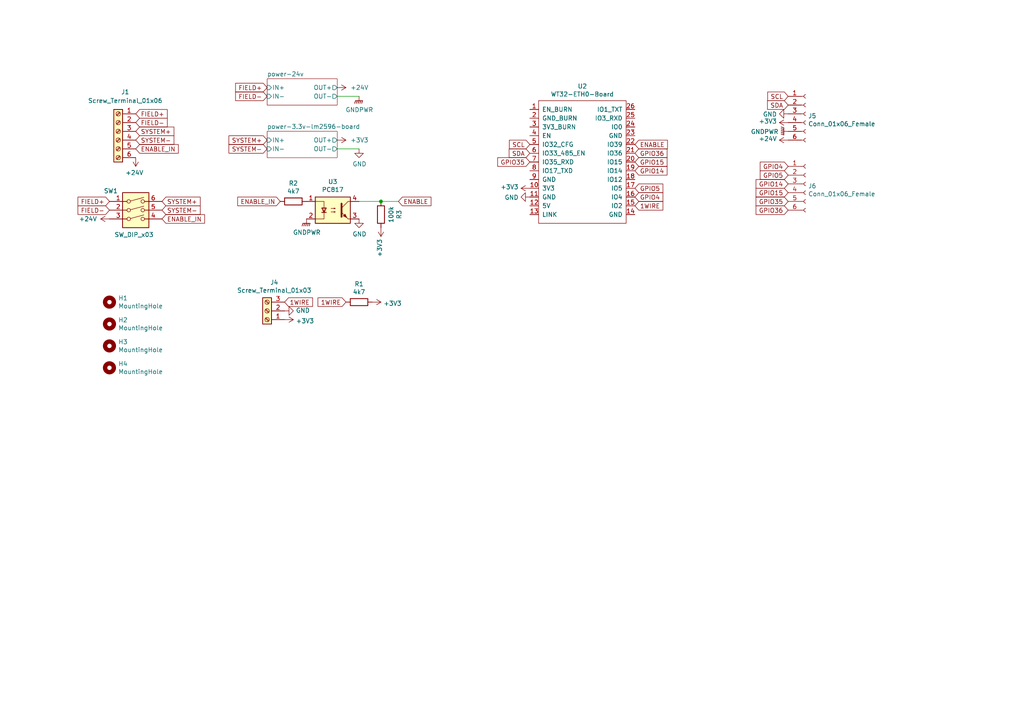
<source format=kicad_sch>
(kicad_sch (version 20210621) (generator eeschema)
  (paper "A4")
  (lib_symbols
    (symbol "Connector:Conn_01x06_Female" (pin_names (offset 1.016) hide)
      (property "Reference" "J" (at 0 7.62 0))
      (property "Value" "Conn_01x06_Female" (at 0 -10.16 0))
      (symbol "Conn_01x06_Female_1_1"
        (arc (start 0 -7.112) (end 0 -8.128) (radius (at 0 -7.62) (length 0.508) (angles 90.1 -90.1)) (stroke (width 0.1524)))
        (arc (start 0 -4.572) (end 0 -5.588) (radius (at 0 -5.08) (length 0.508) (angles 90.1 -90.1)) (stroke (width 0.1524)))
        (arc (start 0 -2.032) (end 0 -3.048) (radius (at 0 -2.54) (length 0.508) (angles 90.1 -90.1)) (stroke (width 0.1524)))
        (arc (start 0 0.508) (end 0 -0.508) (radius (at 0 0) (length 0.508) (angles 90.1 -90.1)) (stroke (width 0.1524)))
        (arc (start 0 3.048) (end 0 2.032) (radius (at 0 2.54) (length 0.508) (angles 90.1 -90.1)) (stroke (width 0.1524)))
        (arc (start 0 5.588) (end 0 4.572) (radius (at 0 5.08) (length 0.508) (angles 90.1 -90.1)) (stroke (width 0.1524)))
        (polyline (pts (xy -1.27 -7.62) (xy -0.508 -7.62)) (stroke (width 0.1524)))
        (polyline (pts (xy -1.27 -5.08) (xy -0.508 -5.08)) (stroke (width 0.1524)))
        (polyline (pts (xy -1.27 -2.54) (xy -0.508 -2.54)) (stroke (width 0.1524)))
        (polyline (pts (xy -1.27 0) (xy -0.508 0)) (stroke (width 0.1524)))
        (polyline (pts (xy -1.27 2.54) (xy -0.508 2.54)) (stroke (width 0.1524)))
        (polyline (pts (xy -1.27 5.08) (xy -0.508 5.08)) (stroke (width 0.1524)))
        (pin passive line (at -5.08 5.08 0) (length 3.81) (name "Pin_1") (number "1"))
        (pin passive line (at -5.08 2.54 0) (length 3.81) (name "Pin_2") (number "2"))
        (pin passive line (at -5.08 0 0) (length 3.81) (name "Pin_3") (number "3"))
        (pin passive line (at -5.08 -2.54 0) (length 3.81) (name "Pin_4") (number "4"))
        (pin passive line (at -5.08 -5.08 0) (length 3.81) (name "Pin_5") (number "5"))
        (pin passive line (at -5.08 -7.62 0) (length 3.81) (name "Pin_6") (number "6"))
      )
    )
    (symbol "Connector:Screw_Terminal_01x03" (pin_names (offset 1.016) hide)
      (property "Reference" "J" (at 0 5.08 0))
      (property "Value" "Screw_Terminal_01x03" (at 0 -5.08 0))
      (symbol "Screw_Terminal_01x03_1_1"
        (circle (center 0 -2.54) (radius 0.635) (stroke (width 0.1524)))
        (circle (center 0 0) (radius 0.635) (stroke (width 0.1524)))
        (circle (center 0 2.54) (radius 0.635) (stroke (width 0.1524)))
        (rectangle (start -1.27 3.81) (end 1.27 -3.81) (stroke (width 0.254)) (fill (type background)))
        (polyline (pts (xy -0.5334 -2.2098) (xy 0.3302 -3.048)) (stroke (width 0.1524)))
        (polyline (pts (xy -0.5334 0.3302) (xy 0.3302 -0.508)) (stroke (width 0.1524)))
        (polyline (pts (xy -0.5334 2.8702) (xy 0.3302 2.032)) (stroke (width 0.1524)))
        (polyline (pts (xy -0.3556 -2.032) (xy 0.508 -2.8702)) (stroke (width 0.1524)))
        (polyline (pts (xy -0.3556 0.508) (xy 0.508 -0.3302)) (stroke (width 0.1524)))
        (polyline (pts (xy -0.3556 3.048) (xy 0.508 2.2098)) (stroke (width 0.1524)))
        (pin passive line (at -5.08 2.54 0) (length 3.81) (name "Pin_1") (number "1"))
        (pin passive line (at -5.08 0 0) (length 3.81) (name "Pin_2") (number "2"))
        (pin passive line (at -5.08 -2.54 0) (length 3.81) (name "Pin_3") (number "3"))
      )
    )
    (symbol "Connector:Screw_Terminal_01x06" (pin_names (offset 1.016) hide)
      (property "Reference" "J" (at 0 7.62 0))
      (property "Value" "Screw_Terminal_01x06" (at 0 -10.16 0))
      (symbol "Screw_Terminal_01x06_1_1"
        (circle (center 0 -7.62) (radius 0.635) (stroke (width 0.1524)))
        (circle (center 0 -5.08) (radius 0.635) (stroke (width 0.1524)))
        (circle (center 0 -2.54) (radius 0.635) (stroke (width 0.1524)))
        (circle (center 0 0) (radius 0.635) (stroke (width 0.1524)))
        (circle (center 0 2.54) (radius 0.635) (stroke (width 0.1524)))
        (circle (center 0 5.08) (radius 0.635) (stroke (width 0.1524)))
        (rectangle (start -1.27 6.35) (end 1.27 -8.89) (stroke (width 0.254)) (fill (type background)))
        (polyline (pts (xy -0.5334 -7.2898) (xy 0.3302 -8.128)) (stroke (width 0.1524)))
        (polyline (pts (xy -0.5334 -4.7498) (xy 0.3302 -5.588)) (stroke (width 0.1524)))
        (polyline (pts (xy -0.5334 -2.2098) (xy 0.3302 -3.048)) (stroke (width 0.1524)))
        (polyline (pts (xy -0.5334 0.3302) (xy 0.3302 -0.508)) (stroke (width 0.1524)))
        (polyline (pts (xy -0.5334 2.8702) (xy 0.3302 2.032)) (stroke (width 0.1524)))
        (polyline (pts (xy -0.5334 5.4102) (xy 0.3302 4.572)) (stroke (width 0.1524)))
        (polyline (pts (xy -0.3556 -7.112) (xy 0.508 -7.9502)) (stroke (width 0.1524)))
        (polyline (pts (xy -0.3556 -4.572) (xy 0.508 -5.4102)) (stroke (width 0.1524)))
        (polyline (pts (xy -0.3556 -2.032) (xy 0.508 -2.8702)) (stroke (width 0.1524)))
        (polyline (pts (xy -0.3556 0.508) (xy 0.508 -0.3302)) (stroke (width 0.1524)))
        (polyline (pts (xy -0.3556 3.048) (xy 0.508 2.2098)) (stroke (width 0.1524)))
        (polyline (pts (xy -0.3556 5.588) (xy 0.508 4.7498)) (stroke (width 0.1524)))
        (pin passive line (at -5.08 5.08 0) (length 3.81) (name "Pin_1") (number "1"))
        (pin passive line (at -5.08 2.54 0) (length 3.81) (name "Pin_2") (number "2"))
        (pin passive line (at -5.08 0 0) (length 3.81) (name "Pin_3") (number "3"))
        (pin passive line (at -5.08 -2.54 0) (length 3.81) (name "Pin_4") (number "4"))
        (pin passive line (at -5.08 -5.08 0) (length 3.81) (name "Pin_5") (number "5"))
        (pin passive line (at -5.08 -7.62 0) (length 3.81) (name "Pin_6") (number "6"))
      )
    )
    (symbol "Device:R" (pin_numbers hide) (pin_names (offset 0))
      (property "Reference" "R" (at 2.032 0 90))
      (property "Value" "R" (at 0 0 90))
      (symbol "R_0_1"
        (rectangle (start -1.016 -2.54) (end 1.016 2.54) (stroke (width 0.254)))
      )
      (symbol "R_1_1"
        (pin passive line (at 0 3.81 270) (length 1.27) (name "~") (number "1"))
        (pin passive line (at 0 -3.81 90) (length 1.27) (name "~") (number "2"))
      )
    )
    (symbol "Isolator:PC817" (pin_names (offset 1.016))
      (property "Reference" "U" (at -5.08 5.08 0))
      (property "Value" "PC817" (at 0 5.08 0))
      (symbol "PC817_0_1"
        (rectangle (start -5.08 3.81) (end 5.08 -3.81) (stroke (width 0.254)) (fill (type background)))
        (polyline (pts (xy -3.175 -0.635) (xy -1.905 -0.635)) (stroke (width 0.254)))
        (polyline (pts (xy 2.54 0.635) (xy 4.445 2.54)))
        (polyline (pts (xy 4.445 -2.54) (xy 5.08 -2.54)))
        (polyline (pts (xy 4.445 2.54) (xy 5.08 2.54)))
        (polyline (pts (xy -5.08 2.54) (xy -2.54 2.54) (xy -2.54 -0.635)))
        (polyline (pts (xy -2.54 -0.635) (xy -2.54 -2.54) (xy -5.08 -2.54)))
        (polyline (pts (xy 2.54 1.905) (xy 2.54 -1.905) (xy 2.54 -1.905)) (stroke (width 0.508)))
        (polyline (pts (xy -2.54 -0.635) (xy -3.175 0.635) (xy -1.905 0.635) (xy -2.54 -0.635)) (stroke (width 0.254)))
        (polyline (pts (xy -0.508 -0.508) (xy 0.762 -0.508) (xy 0.381 -0.635) (xy 0.381 -0.381) (xy 0.762 -0.508)))
        (polyline (pts (xy -0.508 0.508) (xy 0.762 0.508) (xy 0.381 0.381) (xy 0.381 0.635) (xy 0.762 0.508)))
        (polyline (pts (xy 4.445 -2.54) (xy 2.54 -0.635)) (fill (type outline)))
        (polyline (pts (xy 3.048 -1.651) (xy 3.556 -1.143) (xy 4.064 -2.159) (xy 3.048 -1.651) (xy 3.048 -1.651)) (fill (type outline)))
      )
      (symbol "PC817_1_1"
        (pin passive line (at -7.62 2.54 0) (length 2.54) (name "~") (number "1"))
        (pin passive line (at -7.62 -2.54 0) (length 2.54) (name "~") (number "2"))
        (pin passive line (at 7.62 -2.54 180) (length 2.54) (name "~") (number "3"))
        (pin passive line (at 7.62 2.54 180) (length 2.54) (name "~") (number "4"))
      )
    )
    (symbol "Mechanical:MountingHole" (pin_names (offset 1.016))
      (property "Reference" "H" (at 0 5.08 0))
      (property "Value" "MountingHole" (at 0 3.175 0))
      (symbol "MountingHole_0_1"
        (circle (center 0 0) (radius 1.27) (stroke (width 1.27)))
      )
    )
    (symbol "Switch:SW_DIP_x03" (pin_names (offset 0) hide)
      (property "Reference" "SW" (at 0 8.89 0))
      (property "Value" "SW_DIP_x03" (at 0 -3.81 0))
      (symbol "SW_DIP_x03_0_0"
        (circle (center -2.032 0) (radius 0.508))
        (circle (center -2.032 2.54) (radius 0.508))
        (circle (center -2.032 5.08) (radius 0.508))
        (circle (center 2.032 0) (radius 0.508))
        (circle (center 2.032 2.54) (radius 0.508))
        (circle (center 2.032 5.08) (radius 0.508))
        (polyline (pts (xy -1.524 0.127) (xy 2.3622 1.1684)))
        (polyline (pts (xy -1.524 2.667) (xy 2.3622 3.7084)))
        (polyline (pts (xy -1.524 5.207) (xy 2.3622 6.2484)))
      )
      (symbol "SW_DIP_x03_0_1"
        (rectangle (start -3.81 7.62) (end 3.81 -2.54) (stroke (width 0.254)) (fill (type background)))
      )
      (symbol "SW_DIP_x03_1_1"
        (pin passive line (at -7.62 5.08 0) (length 5.08) (name "~") (number "1"))
        (pin passive line (at -7.62 2.54 0) (length 5.08) (name "~") (number "2"))
        (pin passive line (at -7.62 0 0) (length 5.08) (name "~") (number "3"))
        (pin passive line (at 7.62 0 180) (length 5.08) (name "~") (number "4"))
        (pin passive line (at 7.62 2.54 180) (length 5.08) (name "~") (number "5"))
        (pin passive line (at 7.62 5.08 180) (length 5.08) (name "~") (number "6"))
      )
    )
    (symbol "master-wt32-eth01-rescue:WT32-ETH0-Board-boards" (pin_names (offset 1.016))
      (property "Reference" "U" (at -11.43 19.05 0))
      (property "Value" "WT32-ETH0-Board-boards" (at 0 -19.05 0))
      (symbol "WT32-ETH0-Board-boards_0_1"
        (rectangle (start -12.7 17.78) (end 12.7 -17.78))
      )
      (symbol "WT32-ETH0-Board-boards_1_1"
        (pin input line (at -15.24 15.24 0) (length 2.54) (name "EN_BURN") (number "1"))
        (pin power_in line (at -15.24 -7.62 0) (length 2.54) (name "3V3") (number "10"))
        (pin power_in line (at -15.24 -10.16 0) (length 2.54) (name "GND") (number "11"))
        (pin power_in line (at -15.24 -12.7 0) (length 2.54) (name "5V") (number "12"))
        (pin bidirectional line (at -15.24 -15.24 0) (length 2.54) (name "LINK") (number "13"))
        (pin power_in line (at 15.24 -15.24 180) (length 2.54) (name "GND") (number "14"))
        (pin bidirectional line (at 15.24 -12.7 180) (length 2.54) (name "IO2") (number "15"))
        (pin bidirectional line (at 15.24 -10.16 180) (length 2.54) (name "IO4") (number "16"))
        (pin bidirectional line (at 15.24 -7.62 180) (length 2.54) (name "IO5") (number "17"))
        (pin bidirectional line (at 15.24 -5.08 180) (length 2.54) (name "IO12") (number "18"))
        (pin bidirectional line (at 15.24 -2.54 180) (length 2.54) (name "IO14") (number "19"))
        (pin power_in line (at -15.24 12.7 0) (length 2.54) (name "GND_BURN") (number "2"))
        (pin bidirectional line (at 15.24 0 180) (length 2.54) (name "IO15") (number "20"))
        (pin input line (at 15.24 2.54 180) (length 2.54) (name "IO36") (number "21"))
        (pin input line (at 15.24 5.08 180) (length 2.54) (name "IO39") (number "22"))
        (pin power_in line (at 15.24 7.62 180) (length 2.54) (name "GND") (number "23"))
        (pin bidirectional line (at 15.24 10.16 180) (length 2.54) (name "IO0") (number "24"))
        (pin bidirectional line (at 15.24 12.7 180) (length 2.54) (name "IO3_RXD") (number "25"))
        (pin bidirectional line (at 15.24 15.24 180) (length 2.54) (name "IO1_TXT") (number "26"))
        (pin power_in line (at -15.24 10.16 0) (length 2.54) (name "3V3_BURN") (number "3"))
        (pin input line (at -15.24 7.62 0) (length 2.54) (name "EN") (number "4"))
        (pin bidirectional line (at -15.24 5.08 0) (length 2.54) (name "IO32_CFG") (number "5"))
        (pin bidirectional line (at -15.24 2.54 0) (length 2.54) (name "IO33_485_EN") (number "6"))
        (pin input line (at -15.24 0 0) (length 2.54) (name "IO35_RXD") (number "7"))
        (pin bidirectional line (at -15.24 -2.54 0) (length 2.54) (name "IO17_TXD") (number "8"))
        (pin power_in line (at -15.24 -5.08 0) (length 2.54) (name "GND") (number "9"))
      )
    )
    (symbol "power:+24V" (power) (pin_names (offset 0))
      (property "Value" "+24V" (at 0 3.556 0))
      (symbol "+24V_0_1"
        (polyline (pts (xy -0.762 1.27) (xy 0 2.54)))
        (polyline (pts (xy 0 0) (xy 0 2.54)))
        (polyline (pts (xy 0 2.54) (xy 0.762 1.27)))
      )
      (symbol "+24V_1_1"
        (pin power_in line (at 0 0 90) (length 0) hide (name "+24V") (number "1"))
      )
    )
    (symbol "power:+3.3V" (power) (pin_names (offset 0))
      (property "Value" "+3.3V" (at 0 3.556 0))
      (symbol "+3.3V_0_1"
        (polyline (pts (xy -0.762 1.27) (xy 0 2.54)))
        (polyline (pts (xy 0 0) (xy 0 2.54)))
        (polyline (pts (xy 0 2.54) (xy 0.762 1.27)))
      )
      (symbol "+3.3V_1_1"
        (pin power_in line (at 0 0 90) (length 0) hide (name "+3V3") (number "1"))
      )
    )
    (symbol "power:GND" (power) (pin_names (offset 0))
      (property "Value" "GND" (at 0 -3.81 0))
      (symbol "GND_0_1"
        (polyline (pts (xy 0 0) (xy 0 -1.27) (xy 1.27 -1.27) (xy 0 -2.54) (xy -1.27 -1.27) (xy 0 -1.27)))
      )
      (symbol "GND_1_1"
        (pin power_in line (at 0 0 270) (length 0) hide (name "GND") (number "1"))
      )
    )
    (symbol "power:GNDPWR" (power) (pin_names (offset 0))
      (property "Value" "GNDPWR" (at 0 -3.302 0))
      (symbol "GNDPWR_0_1"
        (polyline (pts (xy 0 -1.27) (xy 0 0)))
        (polyline (pts (xy -1.016 -1.27) (xy -1.27 -2.032) (xy -1.27 -2.032)) (stroke (width 0.2032)))
        (polyline (pts (xy -0.508 -1.27) (xy -0.762 -2.032) (xy -0.762 -2.032)) (stroke (width 0.2032)))
        (polyline (pts (xy 0 -1.27) (xy -0.254 -2.032) (xy -0.254 -2.032)) (stroke (width 0.2032)))
        (polyline (pts (xy 0.508 -1.27) (xy 0.254 -2.032) (xy 0.254 -2.032)) (stroke (width 0.2032)))
        (polyline (pts (xy 1.016 -1.27) (xy -1.016 -1.27) (xy -1.016 -1.27)) (stroke (width 0.2032)))
        (polyline (pts (xy 1.016 -1.27) (xy 0.762 -2.032) (xy 0.762 -2.032) (xy 0.762 -2.032)) (stroke (width 0.2032)))
      )
      (symbol "GNDPWR_1_1"
        (pin power_in line (at 0 0 270) (length 0) hide (name "GNDPWR") (number "1"))
      )
    )
  )
  (junction (at 110.49 58.42) (diameter 0.9144))
  (wire (pts (xy 97.79 27.94) (xy 104.14 27.94)))
  (wire (pts (xy 97.79 43.18) (xy 104.14 43.18)))
  (wire (pts (xy 104.14 58.42) (xy 110.49 58.42)))
  (wire (pts (xy 110.49 58.42) (xy 115.57 58.42)))
  (global_label "FIELD+" (shape input) (at 31.75 58.42 180) (property "Intersheet References" "${INTERSHEET_REFS}" (effects hide)))
  (global_label "FIELD-" (shape input) (at 31.75 60.96 180) (property "Intersheet References" "${INTERSHEET_REFS}" (effects hide)))
  (global_label "FIELD+" (shape input) (at 39.37 33.02 0) (property "Intersheet References" "${INTERSHEET_REFS}" (effects hide)))
  (global_label "FIELD-" (shape input) (at 39.37 35.56 0) (property "Intersheet References" "${INTERSHEET_REFS}" (effects hide)))
  (global_label "SYSTEM+" (shape input) (at 39.37 38.1 0) (property "Intersheet References" "${INTERSHEET_REFS}" (effects hide)))
  (global_label "SYSTEM-" (shape input) (at 39.37 40.64 0) (property "Intersheet References" "${INTERSHEET_REFS}" (effects hide)))
  (global_label "ENABLE_IN" (shape input) (at 39.37 43.18 0) (property "Intersheet References" "${INTERSHEET_REFS}" (effects hide)))
  (global_label "SYSTEM+" (shape input) (at 46.99 58.42 0) (property "Intersheet References" "${INTERSHEET_REFS}" (effects hide)))
  (global_label "SYSTEM-" (shape input) (at 46.99 60.96 0) (property "Intersheet References" "${INTERSHEET_REFS}" (effects hide)))
  (global_label "ENABLE_IN" (shape input) (at 46.99 63.5 0) (property "Intersheet References" "${INTERSHEET_REFS}" (effects hide)))
  (global_label "FIELD+" (shape input) (at 77.47 25.4 180) (property "Intersheet References" "${INTERSHEET_REFS}" (effects hide)))
  (global_label "FIELD-" (shape input) (at 77.47 27.94 180) (property "Intersheet References" "${INTERSHEET_REFS}" (effects hide)))
  (global_label "SYSTEM+" (shape input) (at 77.47 40.64 180) (property "Intersheet References" "${INTERSHEET_REFS}" (effects hide)))
  (global_label "SYSTEM-" (shape input) (at 77.47 43.18 180) (property "Intersheet References" "${INTERSHEET_REFS}" (effects hide)))
  (global_label "ENABLE_IN" (shape input) (at 81.28 58.42 180) (property "Intersheet References" "${INTERSHEET_REFS}" (effects hide)))
  (global_label "1WIRE" (shape input) (at 82.55 87.63 0) (property "Intersheet References" "${INTERSHEET_REFS}" (effects hide)))
  (global_label "1WIRE" (shape input) (at 100.33 87.63 180) (property "Intersheet References" "${INTERSHEET_REFS}" (effects hide)))
  (global_label "ENABLE" (shape input) (at 115.57 58.42 0) (property "Intersheet References" "${INTERSHEET_REFS}" (effects hide)))
  (global_label "SCL" (shape input) (at 153.67 41.91 180) (property "Intersheet References" "${INTERSHEET_REFS}" (effects hide)))
  (global_label "SDA" (shape input) (at 153.67 44.45 180) (property "Intersheet References" "${INTERSHEET_REFS}" (effects hide)))
  (global_label "GPIO35" (shape input) (at 153.67 46.99 180) (property "Intersheet References" "${INTERSHEET_REFS}" (effects hide)))
  (global_label "ENABLE" (shape input) (at 184.15 41.91 0) (property "Intersheet References" "${INTERSHEET_REFS}" (effects hide)))
  (global_label "GPIO36" (shape input) (at 184.15 44.45 0) (property "Intersheet References" "${INTERSHEET_REFS}" (effects hide)))
  (global_label "GPIO15" (shape input) (at 184.15 46.99 0) (property "Intersheet References" "${INTERSHEET_REFS}" (effects hide)))
  (global_label "GPIO14" (shape input) (at 184.15 49.53 0) (property "Intersheet References" "${INTERSHEET_REFS}" (effects hide)))
  (global_label "GPIO5" (shape input) (at 184.15 54.61 0) (property "Intersheet References" "${INTERSHEET_REFS}" (effects hide)))
  (global_label "GPIO4" (shape input) (at 184.15 57.15 0) (property "Intersheet References" "${INTERSHEET_REFS}" (effects hide)))
  (global_label "1WIRE" (shape input) (at 184.15 59.69 0) (property "Intersheet References" "${INTERSHEET_REFS}" (effects hide)))
  (global_label "SCL" (shape input) (at 228.6 27.94 180) (property "Intersheet References" "${INTERSHEET_REFS}" (effects hide)))
  (global_label "SDA" (shape input) (at 228.6 30.48 180) (property "Intersheet References" "${INTERSHEET_REFS}" (effects hide)))
  (global_label "GPIO4" (shape input) (at 228.6 48.26 180) (property "Intersheet References" "${INTERSHEET_REFS}" (effects hide)))
  (global_label "GPIO5" (shape input) (at 228.6 50.8 180) (property "Intersheet References" "${INTERSHEET_REFS}" (effects hide)))
  (global_label "GPIO14" (shape input) (at 228.6 53.34 180) (property "Intersheet References" "${INTERSHEET_REFS}" (effects hide)))
  (global_label "GPIO15" (shape input) (at 228.6 55.88 180) (property "Intersheet References" "${INTERSHEET_REFS}" (effects hide)))
  (global_label "GPIO35" (shape input) (at 228.6 58.42 180) (property "Intersheet References" "${INTERSHEET_REFS}" (effects hide)))
  (global_label "GPIO36" (shape input) (at 228.6 60.96 180) (property "Intersheet References" "${INTERSHEET_REFS}" (effects hide)))
  (symbol (lib_id "power:+24V") (at 31.75 63.5 90) (unit 1)
    (property "Reference" "#PWR0103" (effects hide))
    (property "Value" "+24V" (at 22.86 63.4999 90) (effects (justify right)))
  )
  (symbol (lib_id "power:+24V") (at 39.37 45.72 180) (unit 1)
    (property "Reference" "#PWR014" (effects hide))
    (property "Value" "+24V" (at 38.989 50.1142 0))
  )
  (symbol (lib_id "power:+3.3V") (at 82.55 92.71 270) (unit 1)
    (property "Reference" "#PWR02" (effects hide))
    (property "Value" "+3.3V" (at 85.8012 93.091 90) (effects (justify left)))
  )
  (symbol (lib_id "power:+24V") (at 97.79 25.4 270) (unit 1)
    (property "Reference" "#PWR0101" (effects hide))
    (property "Value" "+24V" (at 101.6 25.3999 90) (effects (justify left)))
  )
  (symbol (lib_id "power:+3.3V") (at 97.79 40.64 270) (unit 1)
    (property "Reference" "#PWR0102" (effects hide))
    (property "Value" "+3.3V" (at 101.6 40.6399 90) (effects (justify left)))
  )
  (symbol (lib_id "power:+3.3V") (at 107.95 87.63 270) (unit 1)
    (property "Reference" "#PWR03" (effects hide))
    (property "Value" "+3.3V" (at 111.2012 88.011 90) (effects (justify left)))
  )
  (symbol (lib_id "power:+3.3V") (at 110.49 66.04 180) (unit 1)
    (property "Reference" "#PWR017" (effects hide))
    (property "Value" "+3.3V" (at 110.109 69.2912 90) (effects (justify left)))
  )
  (symbol (lib_id "power:+3.3V") (at 153.67 54.61 90) (unit 1)
    (property "Reference" "#PWR08" (effects hide))
    (property "Value" "+3.3V" (at 150.4188 54.229 90) (effects (justify left)))
  )
  (symbol (lib_id "power:+3.3V") (at 228.6 35.56 90) (unit 1)
    (property "Reference" "#PWR011" (effects hide))
    (property "Value" "+3.3V" (at 225.3488 35.179 90) (effects (justify left)))
  )
  (symbol (lib_id "power:+24V") (at 228.6 40.64 90) (unit 1)
    (property "Reference" "#PWR013" (effects hide))
    (property "Value" "+24V" (at 225.3488 40.259 90) (effects (justify left)))
  )
  (symbol (lib_id "power:GNDPWR") (at 88.9 63.5 0) (unit 1)
    (property "Reference" "#PWR015" (effects hide))
    (property "Value" "GNDPWR" (at 89.0016 67.4116 0))
  )
  (symbol (lib_id "power:GNDPWR") (at 104.14 27.94 0) (unit 1)
    (property "Reference" "#PWR05" (effects hide))
    (property "Value" "GNDPWR" (at 104.2416 31.8516 0))
  )
  (symbol (lib_id "power:GNDPWR") (at 228.6 38.1 270) (unit 1)
    (property "Reference" "#PWR012" (effects hide))
    (property "Value" "GNDPWR" (at 225.8314 38.2016 90) (effects (justify right)))
  )
  (symbol (lib_id "power:GND") (at 82.55 90.17 90) (unit 1)
    (property "Reference" "#PWR01" (effects hide))
    (property "Value" "GND" (at 85.8012 90.043 90) (effects (justify right)))
  )
  (symbol (lib_id "power:GND") (at 104.14 43.18 0) (unit 1)
    (property "Reference" "#PWR016" (effects hide))
    (property "Value" "GND" (at 104.267 47.5742 0))
  )
  (symbol (lib_id "power:GND") (at 104.14 63.5 0) (unit 1)
    (property "Reference" "#PWR07" (effects hide))
    (property "Value" "GND" (at 104.267 67.8942 0))
  )
  (symbol (lib_id "power:GND") (at 153.67 57.15 270) (unit 1)
    (property "Reference" "#PWR09" (effects hide))
    (property "Value" "GND" (at 150.4188 57.277 90) (effects (justify right)))
  )
  (symbol (lib_id "power:GND") (at 228.6 33.02 270) (unit 1)
    (property "Reference" "#PWR010" (effects hide))
    (property "Value" "GND" (at 225.3488 33.147 90) (effects (justify right)))
  )
  (symbol (lib_id "Mechanical:MountingHole") (at 31.75 87.63 0) (unit 1)
    (property "Reference" "H1" (at 34.29 86.4616 0) (effects (justify left)))
    (property "Value" "MountingHole" (at 34.29 88.773 0) (effects (justify left)))
    (property "Footprint" "MountingHole:MountingHole_3.2mm_M3" (effects hide))
  )
  (symbol (lib_id "Mechanical:MountingHole") (at 31.75 93.98 0) (unit 1)
    (property "Reference" "H2" (at 34.29 92.8116 0) (effects (justify left)))
    (property "Value" "MountingHole" (at 34.29 95.123 0) (effects (justify left)))
    (property "Footprint" "MountingHole:MountingHole_3.2mm_M3" (effects hide))
  )
  (symbol (lib_id "Mechanical:MountingHole") (at 31.75 100.33 0) (unit 1)
    (property "Reference" "H3" (at 34.29 99.1616 0) (effects (justify left)))
    (property "Value" "MountingHole" (at 34.29 101.473 0) (effects (justify left)))
    (property "Footprint" "MountingHole:MountingHole_3.2mm_M3" (effects hide))
  )
  (symbol (lib_id "Mechanical:MountingHole") (at 31.75 106.68 0) (unit 1)
    (property "Reference" "H4" (at 34.29 105.5116 0) (effects (justify left)))
    (property "Value" "MountingHole" (at 34.29 107.823 0) (effects (justify left)))
    (property "Footprint" "MountingHole:MountingHole_3.2mm_M3" (effects hide))
  )
  (symbol (lib_id "Device:R") (at 85.09 58.42 270) (unit 1)
    (property "Reference" "R2" (at 85.09 53.1622 90))
    (property "Value" "4k7" (at 85.09 55.4736 90))
    (property "Footprint" "Resistor_THT:R_Axial_DIN0207_L6.3mm_D2.5mm_P7.62mm_Horizontal" (effects hide))
  )
  (symbol (lib_id "Device:R") (at 104.14 87.63 270) (unit 1)
    (property "Reference" "R1" (at 104.14 82.3722 90))
    (property "Value" "4k7" (at 104.14 84.6836 90))
    (property "Footprint" "Resistor_THT:R_Axial_DIN0207_L6.3mm_D2.5mm_P7.62mm_Horizontal" (effects hide))
  )
  (symbol (lib_id "Device:R") (at 110.49 62.23 180) (unit 1)
    (property "Reference" "R3" (at 115.7478 62.23 90))
    (property "Value" "100k" (at 113.4364 62.23 90))
    (property "Footprint" "Resistor_THT:R_Axial_DIN0207_L6.3mm_D2.5mm_P7.62mm_Horizontal" (effects hide))
  )
  (symbol (lib_id "Connector:Screw_Terminal_01x03") (at 77.47 90.17 180) (unit 1)
    (property "Reference" "J4" (at 79.5528 81.915 0))
    (property "Value" "Screw_Terminal_01x03" (at 79.5528 84.2264 0))
    (property "Footprint" "TerminalBlock:TerminalBlock_bornier-3_P5.08mm" (effects hide))
  )
  (symbol (lib_id "Connector:Conn_01x06_Female") (at 233.68 33.02 0) (unit 1)
    (property "Reference" "J5" (at 234.3912 33.6296 0) (effects (justify left)))
    (property "Value" "Conn_01x06_Female" (at 234.3912 35.941 0) (effects (justify left)))
    (property "Footprint" "Connector_PinSocket_2.54mm:PinSocket_1x06_P2.54mm_Horizontal" (effects hide))
  )
  (symbol (lib_id "Connector:Conn_01x06_Female") (at 233.68 53.34 0) (unit 1)
    (property "Reference" "J6" (at 234.3912 53.9496 0) (effects (justify left)))
    (property "Value" "Conn_01x06_Female" (at 234.3912 56.261 0) (effects (justify left)))
    (property "Footprint" "Connector_PinSocket_2.54mm:PinSocket_1x06_P2.54mm_Horizontal" (effects hide))
  )
  (symbol (lib_id "Connector:Screw_Terminal_01x06") (at 34.29 38.1 0) (mirror y) (unit 1)
    (property "Reference" "J1" (at 36.322 26.67 0))
    (property "Value" "Screw_Terminal_01x06" (at 36.322 29.21 0))
    (property "Footprint" "TerminalBlock:TerminalBlock_bornier-6_P5.08mm" (effects hide))
  )
  (symbol (lib_id "Isolator:PC817") (at 96.52 60.96 0) (unit 1)
    (property "Reference" "U3" (at 96.52 52.705 0))
    (property "Value" "PC817" (at 96.52 55.0164 0))
    (property "Footprint" "Package_DIP:DIP-4_W7.62mm" (effects hide))
    (property "Datasheet" "http://www.soselectronic.cz/a_info/resource/d/pc817.pdf" (effects hide))
  )
  (symbol (lib_id "Switch:SW_DIP_x03") (at 39.37 63.5 0) (unit 1)
    (property "Reference" "SW1" (at 34.1884 55.372 0) (effects (justify right)))
    (property "Value" "SW_DIP_x03" (at 44.577 68.072 0) (effects (justify right)))
    (property "Footprint" "Button_Switch_THT:SW_DIP_SPSTx03_Slide_9.78x9.8mm_W7.62mm_P2.54mm" (effects hide))
  )
  (symbol (lib_id "master-wt32-eth01-rescue:WT32-ETH0-Board-boards") (at 168.91 46.99 0) (unit 1)
    (property "Reference" "U2" (at 168.91 25.019 0))
    (property "Value" "WT32-ETH0-Board" (at 168.91 27.3304 0))
    (property "Footprint" "boards:WT32-ETH01-Board-Reversed" (effects hide))
  )
  (sheet (at 77.47 22.86) (size 20.32 7.62) (stroke (width 0.0006))
    (property "Sheet name" "power-24v" (at 77.47 22.2243 0) (effects (justify left bottom)))
    (property "Sheet file" "../include/power-24v.kicad_sch" (effects hide))
    (pin "IN+" input (at 77.47 25.4 180))
    (pin "IN-" input (at 77.47 27.94 180))
    (pin "OUT+" output (at 97.79 25.4 0))
    (pin "OUT-" output (at 97.79 27.94 0))
  )
  (sheet (at 77.47 38.1) (size 20.32 7.62) (stroke (width 0.0006))
    (property "Sheet name" "power-3.3v-lm2596-board" (at 77.47 37.4643 0) (effects (justify left bottom)))
    (property "Sheet file" "../include/power-3.3v-lm2596-board.kicad_sch" (effects hide))
    (pin "IN+" input (at 77.47 40.64 180))
    (pin "IN-" input (at 77.47 43.18 180))
    (pin "OUT+" output (at 97.79 40.64 0))
    (pin "OUT-" output (at 97.79 43.18 0))
  )
)
</source>
